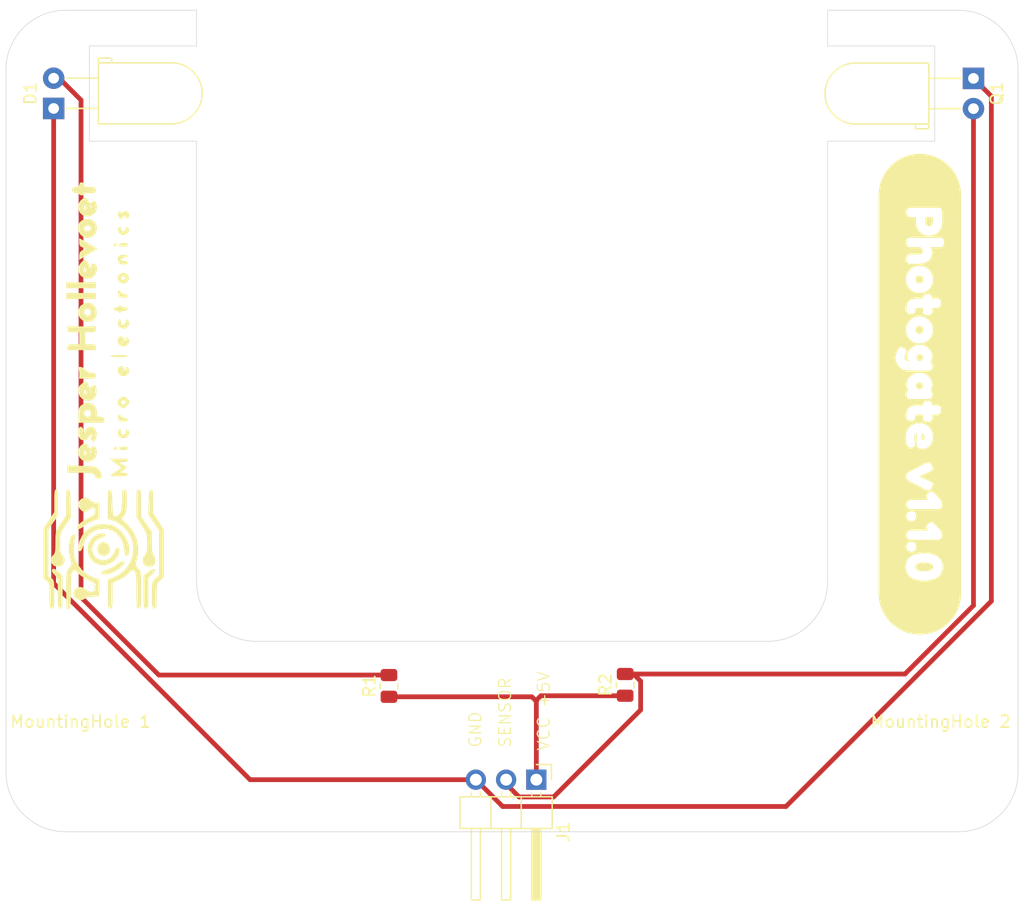
<source format=kicad_pcb>
(kicad_pcb (version 20241229) (generator "pcbnew") (generator_version "9.0")
  (layers (0 "F.Cu" signal) (2 "B.Cu" signal) (13 "F.Paste" user) (15 "B.Paste" user) (5 "F.SilkS" user "F.Silkscreen") (7 "B.SilkS" user "B.Silkscreen") (1 "F.Mask" user) (3 "B.Mask" user) (25 "Edge.Cuts" user))
  (net 0 "")
  (net 1 "Net-(D2-A)")
  (net 2 "/gnd")
  (net 3 "/vcc")
  (net 4 "/sensor")
  (footprint "LOGO" (layer "F.Cu") (at 92.75 75.25 90)
    (property "Reference" "G***" (hide yes))
    (property "Value" "LOGO" (hide yes))
  )
  (footprint "Connector_PinHeader_2.54mm:PinHeader_1x03_P2.54mm_Horizontal" (layer "F.Cu") (at 127.54 112.625 -90)
    (property "Reference" "J1" (at 4.385 -2.27 90) (layer "F.SilkS"))
    (property "Value" "Conn_01x03_Pin")
    (pad "1" thru_hole rect (at 0 0 270) (size 1.7 1.7) (drill 1) (layers "*.Cu" "*.Mask") (net 3 "/vcc"))
    (pad "2" thru_hole oval (at 0 2.54 270) (size 1.7 1.7) (drill 1) (layers "*.Cu" "*.Mask") (net 4 "/sensor"))
    (pad "3" thru_hole oval (at 0 5.08 270) (size 1.7 1.7) (drill 1) (layers "*.Cu" "*.Mask") (net 2 "/gnd"))
  )
  (footprint "MountingHole:MountingHole_5.5mm" (layer "F.Cu") (at 88.5 111.5)
    (property "Reference" "MountingHole 1" (at 0.75 -3.75 0) (layer "F.SilkS"))
    (property "Value" "MountingHole")
    (pad "" np_thru_hole circle (at 0 0) (size 5.5 5.5) (drill 5.5) (layers "*.Cu" "*.Mask"))
  )
  (footprint "LED_THT:LED_D5.0mm_Horizontal_O3.81mm_Z3.0mm" (layer "F.Cu") (at 87 56.25 90)
    (property "Reference" "D1" (at 1.27 -1.96 90) (layer "F.SilkS"))
    (property "Value" "IR26-21C_L110_TR8")
    (pad "1" thru_hole rect (at 0 0 90) (size 1.8 1.8) (drill 0.9) (layers "*.Cu" "*.Mask") (net 2 "/gnd"))
    (pad "2" thru_hole circle (at 2.54 0 90) (size 1.8 1.8) (drill 0.9) (layers "*.Cu" "*.Mask") (net 1 "Net-(D2-A)"))
  )
  (footprint "LED_THT:LED_D5.0mm_Horizontal_O3.81mm_Z3.0mm" (layer "F.Cu") (at 164.255 53.725 -90)
    (property "Reference" "Q1" (at 1.27 -1.96 90) (layer "F.SilkS"))
    (property "Value" "Q1")
    (pad "1" thru_hole rect (at 0 0 270) (size 1.8 1.8) (drill 0.9) (layers "*.Cu" "*.Mask") (net 2 "/gnd"))
    (pad "2" thru_hole circle (at 2.54 0 270) (size 1.8 1.8) (drill 0.9) (layers "*.Cu" "*.Mask") (net 4 "/sensor"))
  )
  (footprint "kibuzzard-67ED3B28" (layer "F.Cu") (at 159.75 80.25 -90)
    (property "Reference" "kibuzzard-67ED3B28" (hide yes))
    (property "Value" "G***" (hide yes))
  )
  (footprint "Resistor_SMD:R_0805_2012Metric" (layer "F.Cu") (at 135 104.6625 90)
    (property "Reference" "R2" (at 0 -1.65 90) (layer "F.SilkS"))
    (property "Value" "2k")
    (pad "1" smd roundrect (at -0.9125 0 90) (size 1.025 1.4) (layers "F.Cu" "F.Mask" "F.Paste") (roundrect_rratio 0.243902) (net 3 "/vcc"))
    (pad "2" smd roundrect (at 0.9125 0 90) (size 1.025 1.4) (layers "F.Cu" "F.Mask" "F.Paste") (roundrect_rratio 0.243902) (net 4 "/sensor"))
  )
  (footprint "MountingHole:MountingHole_5.5mm" (layer "F.Cu") (at 162.5 111.5)
    (property "Reference" "MountingHole 2" (at -1 -3.75 0) (layer "F.SilkS"))
    (property "Value" "MountingHole")
    (pad "" np_thru_hole circle (at 0 0) (size 5.5 5.5) (drill 5.5) (layers "*.Cu" "*.Mask"))
  )
  (footprint "Resistor_SMD:R_0805_2012Metric" (layer "F.Cu") (at 115.1625 104.75 90)
    (property "Reference" "R1" (at 0 -1.65 90) (layer "F.SilkS"))
    (property "Value" "220")
    (pad "1" smd roundrect (at -0.9125 0 90) (size 1.025 1.4) (layers "F.Cu" "F.Mask" "F.Paste") (roundrect_rratio 0.243902) (net 3 "/vcc"))
    (pad "2" smd roundrect (at 0.9125 0 90) (size 1.025 1.4) (layers "F.Cu" "F.Mask" "F.Paste") (roundrect_rratio 0.243902) (net 1 "Net-(D2-A)"))
  )
  (gr_arc (start 152 96) (mid 150.535534 99.535534) (end 147 101) (stroke (width 0.05)) (layer "Edge.Cuts"))
  (gr_line (start 152 50) (end 152 48) (stroke (width 0.05)) (layer "Edge.Cuts"))
  (gr_arc (start 163 48) (mid 166.535534 49.464466) (end 168 53) (stroke (width 0.05)) (layer "Edge.Cuts"))
  (gr_line (start 88 48) (end 99 48) (stroke (width 0.05)) (layer "Edge.Cuts"))
  (gr_line (start 83 112) (end 83 53) (stroke (width 0.05)) (layer "Edge.Cuts"))
  (gr_line (start 152 50) (end 152 51) (stroke (width 0.05)) (layer "Edge.Cuts"))
  (gr_line (start 99 59) (end 99 96) (stroke (width 0.05)) (layer "Edge.Cuts"))
  (gr_arc (start 168 112) (mid 166.535534 115.535534) (end 163 117) (stroke (width 0.05)) (layer "Edge.Cuts"))
  (gr_line (start 90 59) (end 90 51) (stroke (width 0.05)) (layer "Edge.Cuts"))
  (gr_arc (start 83 53) (mid 84.464466 49.464466) (end 88 48) (stroke (width 0.05)) (layer "Edge.Cuts"))
  (gr_line (start 152 59) (end 161 59) (stroke (width 0.05)) (layer "Edge.Cuts"))
  (gr_line (start 168 53) (end 168 112) (stroke (width 0.05)) (layer "Edge.Cuts"))
  (gr_line (start 104 101) (end 147 101) (stroke (width 0.05)) (layer "Edge.Cuts"))
  (gr_line (start 163 117) (end 88 117) (stroke (width 0.05)) (layer "Edge.Cuts"))
  (gr_arc (start 88 117) (mid 84.464466 115.535534) (end 83 112) (stroke (width 0.05)) (layer "Edge.Cuts"))
  (gr_line (start 90 59) (end 99 59) (stroke (width 0.05)) (layer "Edge.Cuts"))
  (gr_arc (start 104 101) (mid 100.464466 99.535534) (end 99 96) (stroke (width 0.05)) (layer "Edge.Cuts"))
  (gr_line (start 152 96) (end 152 59) (stroke (width 0.05)) (layer "Edge.Cuts"))
  (gr_line (start 99 51) (end 90 51) (stroke (width 0.05)) (layer "Edge.Cuts"))
  (gr_line (start 152 48) (end 163 48) (stroke (width 0.05)) (layer "Edge.Cuts"))
  (gr_line (start 99 48) (end 99 51) (stroke (width 0.05)) (layer "Edge.Cuts"))
  (gr_line (start 161 51) (end 152 51) (stroke (width 0.05)) (layer "Edge.Cuts"))
  (gr_line (start 161 59) (end 161 51) (stroke (width 0.05)) (layer "Edge.Cuts"))
  (gr_text "VCC +5V" (at 128.75 110.25 90) (layer "F.SilkS") (effects (font (size 1 1) (thickness 0.1)) (justify left bottom)))
  (gr_text "GND" (at 123 110 90) (layer "F.SilkS") (effects (font (size 1 1) (thickness 0.1)) (justify left bottom)))
  (gr_text "SENSOR" (at 125.5 110 90) (layer "F.SilkS") (effects (font (size 1 1) (thickness 0.1)) (justify left bottom)))
  (segment (start 87 53.71) (end 87.462 53.71) (width 0.4) (layer "F.Cu") (net 1))
  (segment (start 89.299 55.547) (end 89.299 97.299) (width 0.4) (layer "F.Cu") (net 1))
  (segment (start 95.8375 103.8375) (end 115.1625 103.8375) (width 0.4) (layer "F.Cu") (net 1))
  (segment (start 87.462 53.71) (end 89.299 55.547) (width 0.4) (layer "F.Cu") (net 1))
  (segment (start 87 53.735) (end 87.462 53.735) (width 0.4) (layer "F.Cu") (net 1))
  (segment (start 89.299 97.299) (end 95.8375 103.8375) (width 0.4) (layer "F.Cu") (net 1))
  (segment (start 165.756 55.226) (end 164.255 53.725) (width 0.4) (layer "F.Cu") (net 2))
  (segment (start 103.492215 112.625) (end 87 96.132785) (width 0.4) (layer "F.Cu") (net 2))
  (segment (start 165.756 97.626786) (end 165.756 55.226) (width 0.4) (layer "F.Cu") (net 2))
  (segment (start 124.712 114.877) (end 148.505786 114.877) (width 0.4) (layer "F.Cu") (net 2))
  (segment (start 122.46 112.625) (end 124.712 114.877) (width 0.4) (layer "F.Cu") (net 2))
  (segment (start 87 96.132785) (end 87 56.25) (width 0.4) (layer "F.Cu") (net 2))
  (segment (start 122.46 112.625) (end 103.492215 112.625) (width 0.4) (layer "F.Cu") (net 2))
  (segment (start 148.505786 114.877) (end 165.756 97.626786) (width 0.4) (layer "F.Cu") (net 2))
  (segment (start 127.54 112.625) (end 127.54 106.04) (width 0.4) (layer "F.Cu") (net 3))
  (segment (start 127.54 106.04) (end 127.5 106) (width 0.4) (layer "F.Cu") (net 3))
  (segment (start 127.5 106) (end 127.1625 105.6625) (width 0.4) (layer "F.Cu") (net 3))
  (segment (start 127.925 105.575) (end 135 105.575) (width 0.4) (layer "F.Cu") (net 3))
  (segment (start 127.1625 105.6625) (end 115.1625 105.6625) (width 0.4) (layer "F.Cu") (net 3))
  (segment (start 127.5 106) (end 127.925 105.575) (width 0.4) (layer "F.Cu") (net 3))
  (segment (start 128.991 114.076) (end 136.301 106.766) (width 0.4) (layer "F.Cu") (net 4))
  (segment (start 164.255 56.265) (end 164.255 97.995) (width 0.4) (layer "F.Cu") (net 4))
  (segment (start 125 112.987) (end 126.089 114.076) (width 0.4) (layer "F.Cu") (net 4))
  (segment (start 164.255 97.995) (end 158.5 103.75) (width 0.4) (layer "F.Cu") (net 4))
  (segment (start 135.7 103.75) (end 135 103.75) (width 0.4) (layer "F.Cu") (net 4))
  (segment (start 158.5 103.75) (end 135 103.75) (width 0.4) (layer "F.Cu") (net 4))
  (segment (start 136.301 104.351) (end 135.7 103.75) (width 0.4) (layer "F.Cu") (net 4))
  (segment (start 136.301 106.766) (end 136.301 104.351) (width 0.4) (layer "F.Cu") (net 4))
  (segment (start 125 112.625) (end 125 112.987) (width 0.4) (layer "F.Cu") (net 4))
  (segment (start 126.089 114.076) (end 128.991 114.076) (width 0.4) (layer "F.Cu") (net 4))
)
</source>
